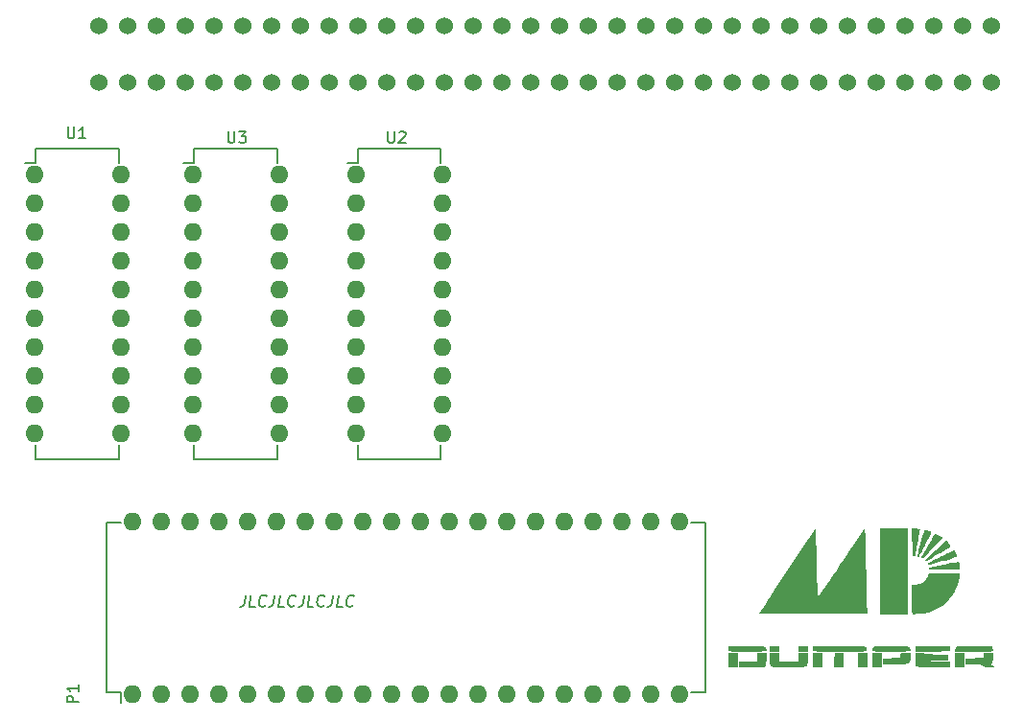
<source format=gbr>
%TF.GenerationSoftware,KiCad,Pcbnew,(5.99.0-7341-g2f3ca60c5e)*%
%TF.CreationDate,2021-11-12T09:56:41+01:00*%
%TF.ProjectId,MD Dumper Classic,4d442044-756d-4706-9572-20436c617373,rev?*%
%TF.SameCoordinates,Original*%
%TF.FileFunction,Legend,Top*%
%TF.FilePolarity,Positive*%
%FSLAX46Y46*%
G04 Gerber Fmt 4.6, Leading zero omitted, Abs format (unit mm)*
G04 Created by KiCad (PCBNEW (5.99.0-7341-g2f3ca60c5e)) date 2021-11-12 09:56:41*
%MOMM*%
%LPD*%
G01*
G04 APERTURE LIST*
%ADD10C,0.150000*%
%ADD11O,1.600000X1.600000*%
%ADD12C,1.524000*%
G04 APERTURE END LIST*
D10*
X126311279Y-110282380D02*
X126221994Y-110996666D01*
X126156517Y-111139523D01*
X126049375Y-111234761D01*
X125900565Y-111282380D01*
X125805327Y-111282380D01*
X127138660Y-111282380D02*
X126662470Y-111282380D01*
X126787470Y-110282380D01*
X128055327Y-111187142D02*
X128001755Y-111234761D01*
X127852946Y-111282380D01*
X127757708Y-111282380D01*
X127620803Y-111234761D01*
X127537470Y-111139523D01*
X127501755Y-111044285D01*
X127477946Y-110853809D01*
X127495803Y-110710952D01*
X127567232Y-110520476D01*
X127626755Y-110425238D01*
X127733898Y-110330000D01*
X127882708Y-110282380D01*
X127977946Y-110282380D01*
X128114851Y-110330000D01*
X128156517Y-110377619D01*
X128882708Y-110282380D02*
X128793422Y-110996666D01*
X128727946Y-111139523D01*
X128620803Y-111234761D01*
X128471994Y-111282380D01*
X128376755Y-111282380D01*
X129710089Y-111282380D02*
X129233898Y-111282380D01*
X129358898Y-110282380D01*
X130626755Y-111187142D02*
X130573184Y-111234761D01*
X130424375Y-111282380D01*
X130329136Y-111282380D01*
X130192232Y-111234761D01*
X130108898Y-111139523D01*
X130073184Y-111044285D01*
X130049375Y-110853809D01*
X130067232Y-110710952D01*
X130138660Y-110520476D01*
X130198184Y-110425238D01*
X130305327Y-110330000D01*
X130454136Y-110282380D01*
X130549375Y-110282380D01*
X130686279Y-110330000D01*
X130727946Y-110377619D01*
X131454136Y-110282380D02*
X131364851Y-110996666D01*
X131299375Y-111139523D01*
X131192232Y-111234761D01*
X131043422Y-111282380D01*
X130948184Y-111282380D01*
X132281517Y-111282380D02*
X131805327Y-111282380D01*
X131930327Y-110282380D01*
X133198184Y-111187142D02*
X133144613Y-111234761D01*
X132995803Y-111282380D01*
X132900565Y-111282380D01*
X132763660Y-111234761D01*
X132680327Y-111139523D01*
X132644613Y-111044285D01*
X132620803Y-110853809D01*
X132638660Y-110710952D01*
X132710089Y-110520476D01*
X132769613Y-110425238D01*
X132876755Y-110330000D01*
X133025565Y-110282380D01*
X133120803Y-110282380D01*
X133257708Y-110330000D01*
X133299375Y-110377619D01*
X134025565Y-110282380D02*
X133936279Y-110996666D01*
X133870803Y-111139523D01*
X133763660Y-111234761D01*
X133614851Y-111282380D01*
X133519613Y-111282380D01*
X134852946Y-111282380D02*
X134376755Y-111282380D01*
X134501755Y-110282380D01*
X135769613Y-111187142D02*
X135716041Y-111234761D01*
X135567232Y-111282380D01*
X135471994Y-111282380D01*
X135335089Y-111234761D01*
X135251755Y-111139523D01*
X135216041Y-111044285D01*
X135192232Y-110853809D01*
X135210089Y-110710952D01*
X135281517Y-110520476D01*
X135341041Y-110425238D01*
X135448184Y-110330000D01*
X135596994Y-110282380D01*
X135692232Y-110282380D01*
X135829136Y-110330000D01*
X135870803Y-110377619D01*
%TO.C,U3*%
X124768095Y-69322380D02*
X124768095Y-70131904D01*
X124815714Y-70227142D01*
X124863333Y-70274761D01*
X124958571Y-70322380D01*
X125149047Y-70322380D01*
X125244285Y-70274761D01*
X125291904Y-70227142D01*
X125339523Y-70131904D01*
X125339523Y-69322380D01*
X125720476Y-69322380D02*
X126339523Y-69322380D01*
X126006190Y-69703333D01*
X126149047Y-69703333D01*
X126244285Y-69750952D01*
X126291904Y-69798571D01*
X126339523Y-69893809D01*
X126339523Y-70131904D01*
X126291904Y-70227142D01*
X126244285Y-70274761D01*
X126149047Y-70322380D01*
X125863333Y-70322380D01*
X125768095Y-70274761D01*
X125720476Y-70227142D01*
%TO.C,U1*%
X110623095Y-68932380D02*
X110623095Y-69741904D01*
X110670714Y-69837142D01*
X110718333Y-69884761D01*
X110813571Y-69932380D01*
X111004047Y-69932380D01*
X111099285Y-69884761D01*
X111146904Y-69837142D01*
X111194523Y-69741904D01*
X111194523Y-68932380D01*
X112194523Y-69932380D02*
X111623095Y-69932380D01*
X111908809Y-69932380D02*
X111908809Y-68932380D01*
X111813571Y-69075238D01*
X111718333Y-69170476D01*
X111623095Y-69218095D01*
%TO.C,P1*%
X111552380Y-119738095D02*
X110552380Y-119738095D01*
X110552380Y-119357142D01*
X110600000Y-119261904D01*
X110647619Y-119214285D01*
X110742857Y-119166666D01*
X110885714Y-119166666D01*
X110980952Y-119214285D01*
X111028571Y-119261904D01*
X111076190Y-119357142D01*
X111076190Y-119738095D01*
X111552380Y-118214285D02*
X111552380Y-118785714D01*
X111552380Y-118500000D02*
X110552380Y-118500000D01*
X110695238Y-118595238D01*
X110790476Y-118690476D01*
X110838095Y-118785714D01*
%TO.C,U2*%
X138853095Y-69322380D02*
X138853095Y-70131904D01*
X138900714Y-70227142D01*
X138948333Y-70274761D01*
X139043571Y-70322380D01*
X139234047Y-70322380D01*
X139329285Y-70274761D01*
X139376904Y-70227142D01*
X139424523Y-70131904D01*
X139424523Y-69322380D01*
X139853095Y-69417619D02*
X139900714Y-69370000D01*
X139995952Y-69322380D01*
X140234047Y-69322380D01*
X140329285Y-69370000D01*
X140376904Y-69417619D01*
X140424523Y-69512857D01*
X140424523Y-69608095D01*
X140376904Y-69750952D01*
X139805476Y-70322380D01*
X140424523Y-70322380D01*
%TO.C,G2*%
G36*
X171028037Y-114772225D02*
G01*
X171428626Y-114774848D01*
X171721213Y-114781220D01*
X171924368Y-114792978D01*
X172056660Y-114811759D01*
X172136660Y-114839200D01*
X172182938Y-114876937D01*
X172211892Y-114922528D01*
X172264648Y-115032448D01*
X172280716Y-115117176D01*
X172245251Y-115179983D01*
X172143409Y-115224138D01*
X171960345Y-115252911D01*
X171681215Y-115269572D01*
X171291173Y-115277391D01*
X170775376Y-115279638D01*
X170590373Y-115279714D01*
X170118998Y-115277640D01*
X169697104Y-115271828D01*
X169346060Y-115262899D01*
X169087235Y-115251469D01*
X168941997Y-115238159D01*
X168918953Y-115231333D01*
X168883502Y-115129827D01*
X168870572Y-114977333D01*
X168870572Y-114771714D01*
X170500875Y-114771714D01*
X171028037Y-114772225D01*
G37*
G36*
X189317572Y-115366807D02*
G01*
X189734857Y-115388571D01*
X189755826Y-116023571D01*
X189776794Y-116658571D01*
X188900286Y-116658571D01*
X188900286Y-115345042D01*
X189317572Y-115366807D01*
G37*
G36*
X179883531Y-114773073D02*
G01*
X180295535Y-114778044D01*
X180605680Y-114788785D01*
X180828392Y-114807478D01*
X180978099Y-114836303D01*
X181069227Y-114877443D01*
X181116204Y-114933079D01*
X181133457Y-115005393D01*
X181135413Y-115096565D01*
X181135143Y-115140507D01*
X181129975Y-115178777D01*
X181104666Y-115209310D01*
X181044510Y-115232977D01*
X180934799Y-115250650D01*
X180760828Y-115263203D01*
X180507889Y-115271507D01*
X180161275Y-115276436D01*
X179706281Y-115278861D01*
X179128199Y-115279656D01*
X178788667Y-115279714D01*
X178218933Y-115278270D01*
X177696155Y-115274174D01*
X177237890Y-115267782D01*
X176861700Y-115259447D01*
X176585142Y-115249525D01*
X176425777Y-115238370D01*
X176393810Y-115231333D01*
X176358359Y-115129827D01*
X176345429Y-114977333D01*
X176345429Y-114771714D01*
X178696236Y-114771714D01*
X179355240Y-114771690D01*
X179883531Y-114773073D01*
G37*
G36*
X180754143Y-115366807D02*
G01*
X181171429Y-115388571D01*
X181213365Y-116658571D01*
X180336857Y-116658571D01*
X180336857Y-115345042D01*
X180754143Y-115366807D01*
G37*
G36*
X169741429Y-116658571D02*
G01*
X168870572Y-116658571D01*
X168870572Y-115352285D01*
X169741429Y-115352285D01*
X169741429Y-116658571D01*
G37*
G36*
X175910000Y-115279714D02*
G01*
X175111714Y-115279714D01*
X175111714Y-114771714D01*
X175910000Y-114771714D01*
X175910000Y-115279714D01*
G37*
G36*
X191862429Y-115366952D02*
G01*
X192274857Y-115388571D01*
X192264800Y-115770535D01*
X192241592Y-116011122D01*
X192193479Y-116202819D01*
X192159520Y-116267236D01*
X192110128Y-116362174D01*
X192161867Y-116451723D01*
X192242149Y-116518658D01*
X192420000Y-116655344D01*
X191984572Y-116655344D01*
X191678302Y-116637363D01*
X191468346Y-116576496D01*
X191367714Y-116513428D01*
X191252394Y-116443127D01*
X191102082Y-116399774D01*
X190881320Y-116377401D01*
X190554647Y-116370039D01*
X190515000Y-116369899D01*
X189843714Y-116368286D01*
X189843714Y-115865196D01*
X191404000Y-115824000D01*
X191427000Y-115584666D01*
X191450001Y-115345332D01*
X191862429Y-115366952D01*
G37*
G36*
X182441429Y-116658571D02*
G01*
X181570572Y-116658571D01*
X181570572Y-115352285D01*
X182441429Y-115352285D01*
X182441429Y-116658571D01*
G37*
G36*
X186034589Y-115363889D02*
G01*
X186179567Y-115393820D01*
X186215143Y-115422864D01*
X186284401Y-115451520D01*
X186478935Y-115477045D01*
X186778885Y-115497696D01*
X187164390Y-115511733D01*
X187249286Y-115513579D01*
X188283429Y-115533714D01*
X188283429Y-116041714D01*
X187267429Y-116081133D01*
X186251429Y-116120551D01*
X188464857Y-116150571D01*
X188464857Y-116658571D01*
X187027943Y-116658571D01*
X186473351Y-116655319D01*
X186053540Y-116645173D01*
X185758284Y-116627550D01*
X185577359Y-116601864D01*
X185503943Y-116571485D01*
X185456683Y-116449485D01*
X185426418Y-116211497D01*
X185416857Y-115918343D01*
X185416857Y-115352285D01*
X185816000Y-115352285D01*
X186034589Y-115363889D01*
G37*
G36*
X173384351Y-115733285D02*
G01*
X173406286Y-116114286D01*
X175075429Y-116114286D01*
X175097364Y-115733285D01*
X175119300Y-115352285D01*
X175910000Y-115352285D01*
X175910000Y-115918343D01*
X175898502Y-116237032D01*
X175866544Y-116465709D01*
X175822915Y-116571485D01*
X175720541Y-116602657D01*
X175500134Y-116627436D01*
X175188663Y-116645824D01*
X174813095Y-116657819D01*
X174400400Y-116663423D01*
X173977547Y-116662635D01*
X173571503Y-116655455D01*
X173209238Y-116641883D01*
X172917720Y-116621919D01*
X172723919Y-116595563D01*
X172658800Y-116571485D01*
X172611540Y-116449485D01*
X172581276Y-116211497D01*
X172571715Y-115918343D01*
X172571715Y-115352285D01*
X173362415Y-115352285D01*
X173384351Y-115733285D01*
G37*
G36*
X179103143Y-116658571D02*
G01*
X178226635Y-116658571D01*
X178247603Y-116023571D01*
X178268572Y-115388571D01*
X178685857Y-115366807D01*
X179103143Y-115345042D01*
X179103143Y-116658571D01*
G37*
G36*
X172281429Y-115819275D02*
G01*
X172270480Y-116096807D01*
X172242077Y-116340908D01*
X172210654Y-116472418D01*
X172139878Y-116658571D01*
X169814000Y-116658571D01*
X169814000Y-116150571D01*
X171410572Y-116150571D01*
X171410572Y-115352285D01*
X172281429Y-115352285D01*
X172281429Y-115819275D01*
G37*
G36*
X173370000Y-115279714D02*
G01*
X172571715Y-115279714D01*
X172571715Y-114771714D01*
X173370000Y-114771714D01*
X173370000Y-115279714D01*
G37*
G36*
X192225547Y-114983259D02*
G01*
X192265018Y-115144011D01*
X192257397Y-115236673D01*
X192256836Y-115237259D01*
X192175118Y-115249409D01*
X191969293Y-115260203D01*
X191660392Y-115269114D01*
X191269449Y-115275618D01*
X190817496Y-115279190D01*
X190557334Y-115279714D01*
X188900286Y-115279714D01*
X188900286Y-115112800D01*
X188907131Y-115004915D01*
X188939112Y-114922512D01*
X189013403Y-114862171D01*
X189147175Y-114820473D01*
X189357601Y-114793997D01*
X189661852Y-114779326D01*
X190077100Y-114773038D01*
X190613129Y-114771714D01*
X192151802Y-114771714D01*
X192225547Y-114983259D01*
G37*
G36*
X183789446Y-114772274D02*
G01*
X184176806Y-114775125D01*
X184457141Y-114782025D01*
X184649505Y-114794730D01*
X184772958Y-114814997D01*
X184846557Y-114844583D01*
X184889359Y-114885245D01*
X184911892Y-114922528D01*
X184964532Y-115032068D01*
X184980796Y-115116600D01*
X184945877Y-115179354D01*
X184844970Y-115223565D01*
X184663271Y-115252463D01*
X184385974Y-115269283D01*
X183998274Y-115277256D01*
X183485366Y-115279616D01*
X183276000Y-115279714D01*
X182732577Y-115278290D01*
X182317779Y-115273341D01*
X182015108Y-115263853D01*
X181808070Y-115248810D01*
X181680167Y-115227197D01*
X181614904Y-115198000D01*
X181598991Y-115176528D01*
X181599358Y-115035126D01*
X181640108Y-114922528D01*
X181672515Y-114872765D01*
X181721943Y-114835349D01*
X181807449Y-114808522D01*
X181948091Y-114790526D01*
X182162927Y-114779606D01*
X182471013Y-114774005D01*
X182891408Y-114771964D01*
X183276000Y-114771714D01*
X183789446Y-114772274D01*
G37*
G36*
X177216286Y-116658571D02*
G01*
X176345429Y-116658571D01*
X176345429Y-115352285D01*
X177216286Y-115352285D01*
X177216286Y-116658571D01*
G37*
G36*
X188451313Y-115007571D02*
G01*
X188428572Y-115243428D01*
X186922715Y-115263044D01*
X185416857Y-115282659D01*
X185416857Y-114771714D01*
X188474053Y-114771714D01*
X188451313Y-115007571D01*
G37*
G36*
X184981429Y-115698995D02*
G01*
X184956780Y-115954340D01*
X184893773Y-116162684D01*
X184868457Y-116206995D01*
X184818760Y-116268325D01*
X184753852Y-116311755D01*
X184650169Y-116340367D01*
X184484148Y-116357241D01*
X184232228Y-116365457D01*
X183870846Y-116368095D01*
X183634742Y-116368286D01*
X182514000Y-116368286D01*
X182514000Y-115865196D01*
X184074286Y-115824000D01*
X184097027Y-115588143D01*
X184119768Y-115352285D01*
X184981429Y-115352285D01*
X184981429Y-115698995D01*
G37*
%TO.C,U3*%
X121775000Y-70835000D02*
X121775000Y-72105000D01*
X121775000Y-72105000D02*
X120840000Y-72105000D01*
X121775000Y-98285000D02*
X121775000Y-97015000D01*
X121775000Y-98285000D02*
X129125000Y-98285000D01*
X129125000Y-70835000D02*
X129125000Y-72105000D01*
X129125000Y-98285000D02*
X129125000Y-97015000D01*
X121775000Y-70835000D02*
X129125000Y-70835000D01*
%TO.C,U1*%
X115160000Y-98285000D02*
X115160000Y-97015000D01*
X107810000Y-70835000D02*
X115160000Y-70835000D01*
X115160000Y-70835000D02*
X115160000Y-72105000D01*
X107810000Y-70835000D02*
X107810000Y-72105000D01*
X107810000Y-98285000D02*
X115160000Y-98285000D01*
X107810000Y-72105000D02*
X106875000Y-72105000D01*
X107810000Y-98285000D02*
X107810000Y-97015000D01*
%TO.C,P1*%
X115295000Y-118865000D02*
X115295000Y-119800000D01*
X166875000Y-118865000D02*
X166875000Y-103895000D01*
X166875000Y-118865000D02*
X165605000Y-118865000D01*
X166875000Y-103895000D02*
X165605000Y-103895000D01*
X114025000Y-118865000D02*
X115295000Y-118865000D01*
X114025000Y-118865000D02*
X114025000Y-103895000D01*
X114025000Y-103895000D02*
X115295000Y-103895000D01*
%TO.C,U2*%
X136200000Y-98285000D02*
X143550000Y-98285000D01*
X136200000Y-70835000D02*
X136200000Y-72105000D01*
X136200000Y-98285000D02*
X136200000Y-97015000D01*
X136200000Y-72105000D02*
X135265000Y-72105000D01*
X136200000Y-70835000D02*
X143550000Y-70835000D01*
X143550000Y-70835000D02*
X143550000Y-72105000D01*
X143550000Y-98285000D02*
X143550000Y-97015000D01*
%TO.C,G1*%
G36*
X187196628Y-104838872D02*
G01*
X187287575Y-104881138D01*
X187408573Y-104943494D01*
X187538232Y-105014539D01*
X187655159Y-105082873D01*
X187737962Y-105137096D01*
X187740562Y-105139035D01*
X187764130Y-105162470D01*
X187769875Y-105192635D01*
X187751489Y-105237902D01*
X187702662Y-105306643D01*
X187617083Y-105407227D01*
X187488444Y-105548025D01*
X187310433Y-105737409D01*
X187208239Y-105845247D01*
X187006210Y-106058544D01*
X186806635Y-106269916D01*
X186623167Y-106464853D01*
X186469460Y-106628847D01*
X186359168Y-106747386D01*
X186352027Y-106755124D01*
X186213547Y-106899031D01*
X186114707Y-106982621D01*
X186043145Y-107012217D01*
X185986500Y-106994138D01*
X185951783Y-106959765D01*
X185944857Y-106928551D01*
X185959842Y-106870146D01*
X186000532Y-106777339D01*
X186070719Y-106642921D01*
X186174197Y-106459680D01*
X186314758Y-106220405D01*
X186496194Y-105917885D01*
X186524215Y-105871496D01*
X186684649Y-105606190D01*
X186830502Y-105365236D01*
X186956161Y-105157892D01*
X187056010Y-104993412D01*
X187124435Y-104881052D01*
X187155823Y-104830067D01*
X187157125Y-104828097D01*
X187196628Y-104838872D01*
G37*
G36*
X188903611Y-106372944D02*
G01*
X188958551Y-106475596D01*
X189015307Y-106602824D01*
X189063787Y-106730114D01*
X189093901Y-106832947D01*
X189095561Y-106886809D01*
X189094564Y-106887922D01*
X189048360Y-106905621D01*
X188932909Y-106942454D01*
X188760406Y-106994924D01*
X188543044Y-107059533D01*
X188293017Y-107132785D01*
X188022517Y-107211182D01*
X187743739Y-107291227D01*
X187468877Y-107369423D01*
X187210122Y-107442272D01*
X186979671Y-107506277D01*
X186789715Y-107557941D01*
X186652448Y-107593766D01*
X186580064Y-107610256D01*
X186573647Y-107610948D01*
X186539735Y-107577519D01*
X186523623Y-107544097D01*
X186501249Y-107476803D01*
X186497970Y-107459702D01*
X186534357Y-107435690D01*
X186636022Y-107381200D01*
X186791720Y-107301661D01*
X186990209Y-107202499D01*
X187220245Y-107089140D01*
X187470584Y-106967011D01*
X187729982Y-106841540D01*
X187987195Y-106718154D01*
X188230980Y-106602278D01*
X188450093Y-106499339D01*
X188633290Y-106414766D01*
X188769329Y-106353983D01*
X188846963Y-106322419D01*
X188860575Y-106319385D01*
X188903611Y-106372944D01*
G37*
G36*
X189261051Y-107358848D02*
G01*
X189282310Y-107415741D01*
X189303053Y-107532409D01*
X189318954Y-107684192D01*
X189319558Y-107692448D01*
X189340942Y-107991314D01*
X188965463Y-107991411D01*
X188810945Y-107992682D01*
X188590396Y-107996181D01*
X188322272Y-108001529D01*
X188025026Y-108008347D01*
X187717115Y-108016256D01*
X187603903Y-108019391D01*
X186617823Y-108047272D01*
X186631857Y-107926729D01*
X186645890Y-107806185D01*
X187934909Y-107565150D01*
X188254565Y-107506673D01*
X188547718Y-107455527D01*
X188804017Y-107413321D01*
X189013110Y-107381666D01*
X189164646Y-107362173D01*
X189248275Y-107356451D01*
X189261051Y-107358848D01*
G37*
G36*
X176614413Y-104612920D02*
G01*
X176620223Y-104696718D01*
X176627374Y-104856731D01*
X176635624Y-105084660D01*
X176644734Y-105372211D01*
X176654465Y-105711086D01*
X176664575Y-106092988D01*
X176674825Y-106509621D01*
X176684976Y-106952689D01*
X176693188Y-107336239D01*
X176703118Y-107799072D01*
X176713343Y-108245600D01*
X176723620Y-108667069D01*
X176733707Y-109054722D01*
X176743360Y-109399803D01*
X176752337Y-109693558D01*
X176760394Y-109927231D01*
X176767288Y-110092065D01*
X176771753Y-110167853D01*
X176798636Y-110505956D01*
X177876340Y-108919010D01*
X178149815Y-108516335D01*
X178452265Y-108071038D01*
X178770906Y-107601939D01*
X179092954Y-107127856D01*
X179405626Y-106667606D01*
X179696139Y-106240009D01*
X179947222Y-105870487D01*
X180940400Y-104408909D01*
X180968188Y-104625819D01*
X180974196Y-104708061D01*
X180981450Y-104866351D01*
X180989705Y-105092226D01*
X180998718Y-105377220D01*
X181008244Y-105712868D01*
X181018038Y-106090707D01*
X181027856Y-106502273D01*
X181037453Y-106939099D01*
X181043417Y-107230582D01*
X181053175Y-107718081D01*
X181063294Y-108216975D01*
X181073498Y-108714041D01*
X181083510Y-109196057D01*
X181093052Y-109649800D01*
X181101849Y-110062047D01*
X181109624Y-110419576D01*
X181116100Y-110709164D01*
X181117499Y-110770099D01*
X181144140Y-111921763D01*
X176381299Y-111921763D01*
X175644810Y-111921715D01*
X174988313Y-111921522D01*
X174407276Y-111921114D01*
X173897163Y-111920420D01*
X173453442Y-111919368D01*
X173071580Y-111917888D01*
X172747042Y-111915908D01*
X172475295Y-111913358D01*
X172251806Y-111910167D01*
X172072042Y-111906264D01*
X171931467Y-111901577D01*
X171825550Y-111896035D01*
X171749757Y-111889568D01*
X171699554Y-111882105D01*
X171670408Y-111873574D01*
X171657784Y-111863905D01*
X171657151Y-111853027D01*
X171659522Y-111847803D01*
X171690303Y-111799011D01*
X171763238Y-111686731D01*
X171873755Y-111517910D01*
X172017280Y-111299496D01*
X172189241Y-111038437D01*
X172385065Y-110741681D01*
X172600178Y-110416174D01*
X172830008Y-110068864D01*
X172897198Y-109967414D01*
X173180184Y-109540057D01*
X173497749Y-109060208D01*
X173837945Y-108545940D01*
X174188821Y-108015325D01*
X174538428Y-107486437D01*
X174874815Y-106977349D01*
X175186032Y-106506134D01*
X175340566Y-106272048D01*
X176587321Y-104383113D01*
X176614413Y-104612920D01*
G37*
G36*
X188306100Y-105615421D02*
G01*
X188389486Y-105704938D01*
X188453405Y-105776999D01*
X188492303Y-105838428D01*
X188500626Y-105896049D01*
X188472822Y-105956686D01*
X188403337Y-106027163D01*
X188286618Y-106114304D01*
X188117112Y-106224933D01*
X187889265Y-106365874D01*
X187597524Y-106543952D01*
X187503832Y-106601274D01*
X187232780Y-106766741D01*
X186983896Y-106917533D01*
X186766611Y-107048026D01*
X186590354Y-107152598D01*
X186464557Y-107225624D01*
X186398652Y-107261482D01*
X186392231Y-107264092D01*
X186326176Y-107245967D01*
X186291768Y-107215610D01*
X186286383Y-107189427D01*
X186306473Y-107146148D01*
X186357644Y-107079925D01*
X186445498Y-106984909D01*
X186575643Y-106855252D01*
X186753681Y-106685105D01*
X186985217Y-106468620D01*
X187183175Y-106285408D01*
X188125092Y-105416066D01*
X188306100Y-105615421D01*
G37*
G36*
X184765192Y-111964026D02*
G01*
X182313944Y-111964026D01*
X182313944Y-104356705D01*
X184765192Y-104356705D01*
X184765192Y-111964026D01*
G37*
G36*
X185383005Y-104374902D02*
G01*
X185584928Y-104397651D01*
X185715439Y-104420172D01*
X185787528Y-104446840D01*
X185814185Y-104482031D01*
X185811527Y-104519265D01*
X185799419Y-104578087D01*
X185774391Y-104708502D01*
X185738604Y-104898936D01*
X185694220Y-105137814D01*
X185643400Y-105413558D01*
X185588305Y-105714595D01*
X185587377Y-105719683D01*
X185525725Y-106055911D01*
X185476420Y-106318081D01*
X185437046Y-106515361D01*
X185405187Y-106656920D01*
X185378427Y-106751926D01*
X185354351Y-106809548D01*
X185330542Y-106838954D01*
X185304585Y-106849313D01*
X185289472Y-106850216D01*
X185241334Y-106842565D01*
X185210930Y-106807758D01*
X185191489Y-106728015D01*
X185176236Y-106585557D01*
X185172752Y-106543810D01*
X185164017Y-106409049D01*
X185153888Y-106207493D01*
X185143112Y-105956847D01*
X185132433Y-105674814D01*
X185122599Y-105379098D01*
X185119960Y-105291535D01*
X185092167Y-104345666D01*
X185383005Y-104374902D01*
G37*
G36*
X186369026Y-104555950D02*
G01*
X186505380Y-104584487D01*
X186642822Y-104621790D01*
X186755120Y-104661471D01*
X186816045Y-104697145D01*
X186818244Y-104700151D01*
X186805060Y-104744587D01*
X186758158Y-104851969D01*
X186683421Y-105010774D01*
X186586735Y-105209478D01*
X186473982Y-105436556D01*
X186351048Y-105680484D01*
X186223817Y-105929738D01*
X186098174Y-106172794D01*
X185980001Y-106398128D01*
X185875184Y-106594215D01*
X185789607Y-106749530D01*
X185729155Y-106852551D01*
X185699710Y-106891753D01*
X185699167Y-106891832D01*
X185645220Y-106871369D01*
X185616506Y-106854854D01*
X185602795Y-106829615D01*
X185602046Y-106773266D01*
X185616023Y-106677591D01*
X185646491Y-106534373D01*
X185695212Y-106335397D01*
X185763952Y-106072447D01*
X185854473Y-105737307D01*
X185863608Y-105703837D01*
X185944972Y-105409284D01*
X186020798Y-105141123D01*
X186087850Y-104910300D01*
X186142891Y-104727761D01*
X186182687Y-104604451D01*
X186204001Y-104551315D01*
X186204504Y-104550717D01*
X186259991Y-104542564D01*
X186369026Y-104555950D01*
G37*
G36*
X189329584Y-108495706D02*
G01*
X189305730Y-108747373D01*
X189239185Y-109045376D01*
X189137478Y-109368058D01*
X189008137Y-109693765D01*
X188858692Y-110000841D01*
X188731721Y-110215471D01*
X188394630Y-110664690D01*
X188014175Y-111044161D01*
X187587377Y-111355641D01*
X187111261Y-111600885D01*
X186582850Y-111781649D01*
X185999165Y-111899689D01*
X185841889Y-111919876D01*
X185544872Y-111949719D01*
X185328436Y-111961841D01*
X185190526Y-111956290D01*
X185131470Y-111935851D01*
X185124361Y-111888011D01*
X185117911Y-111766341D01*
X185112353Y-111581537D01*
X185107924Y-111344292D01*
X185104858Y-111065302D01*
X185103389Y-110755261D01*
X185103295Y-110652391D01*
X185103295Y-109397105D01*
X185409701Y-109377097D01*
X185740095Y-109318083D01*
X186024822Y-109188348D01*
X186261104Y-108989837D01*
X186446164Y-108724495D01*
X186499188Y-108614195D01*
X186603628Y-108373123D01*
X187966606Y-108372401D01*
X189329584Y-108371680D01*
X189329584Y-108495706D01*
G37*
%TD*%
D11*
%TO.C,U3*%
X121640000Y-73130000D03*
X121640000Y-75670000D03*
X121640000Y-78210000D03*
X121640000Y-80750000D03*
X121640000Y-83290000D03*
X121640000Y-85830000D03*
X121640000Y-88370000D03*
X121640000Y-90910000D03*
X121640000Y-93450000D03*
X121640000Y-95990000D03*
X129260000Y-95990000D03*
X129260000Y-93450000D03*
X129260000Y-90910000D03*
X129260000Y-88370000D03*
X129260000Y-85830000D03*
X129260000Y-83290000D03*
X129260000Y-80750000D03*
X129260000Y-78210000D03*
X129260000Y-75670000D03*
X129260000Y-73130000D03*
%TD*%
%TO.C,U1*%
X107675000Y-73130000D03*
X107675000Y-75670000D03*
X107675000Y-78210000D03*
X107675000Y-80750000D03*
X107675000Y-83290000D03*
X107675000Y-85830000D03*
X107675000Y-88370000D03*
X107675000Y-90910000D03*
X107675000Y-93450000D03*
X107675000Y-95990000D03*
X115295000Y-95990000D03*
X115295000Y-93450000D03*
X115295000Y-90910000D03*
X115295000Y-88370000D03*
X115295000Y-85830000D03*
X115295000Y-83290000D03*
X115295000Y-80750000D03*
X115295000Y-78210000D03*
X115295000Y-75670000D03*
X115295000Y-73130000D03*
%TD*%
%TO.C,P1*%
X146800000Y-103760000D03*
X144260000Y-103760000D03*
X116320000Y-119000000D03*
X118860000Y-119000000D03*
X121400000Y-119000000D03*
X123940000Y-119000000D03*
X126480000Y-119000000D03*
X129020000Y-119000000D03*
X131560000Y-119000000D03*
X134100000Y-119000000D03*
X136640000Y-119000000D03*
X139180000Y-119000000D03*
X141720000Y-119000000D03*
X144260000Y-119000000D03*
X146800000Y-119000000D03*
X149340000Y-119000000D03*
X151880000Y-119000000D03*
X154420000Y-119000000D03*
X156960000Y-119000000D03*
X159500000Y-119000000D03*
X162040000Y-119000000D03*
X164580000Y-119000000D03*
X164580000Y-103760000D03*
X162040000Y-103760000D03*
X159500000Y-103760000D03*
X156960000Y-103760000D03*
X154420000Y-103760000D03*
X151880000Y-103760000D03*
X149340000Y-103760000D03*
X141720000Y-103760000D03*
X139180000Y-103760000D03*
X136640000Y-103760000D03*
X134100000Y-103760000D03*
X131560000Y-103760000D03*
X129020000Y-103760000D03*
X126480000Y-103760000D03*
X123940000Y-103760000D03*
X121400000Y-103760000D03*
X118860000Y-103760000D03*
X116320000Y-103760000D03*
%TD*%
%TO.C,U2*%
X136065000Y-73130000D03*
X136065000Y-75670000D03*
X136065000Y-78210000D03*
X136065000Y-80750000D03*
X136065000Y-83290000D03*
X136065000Y-85830000D03*
X136065000Y-88370000D03*
X136065000Y-90910000D03*
X136065000Y-93450000D03*
X136065000Y-95990000D03*
X143685000Y-95990000D03*
X143685000Y-93450000D03*
X143685000Y-90910000D03*
X143685000Y-88370000D03*
X143685000Y-85830000D03*
X143685000Y-83290000D03*
X143685000Y-80750000D03*
X143685000Y-78210000D03*
X143685000Y-75670000D03*
X143685000Y-73130000D03*
%TD*%
D12*
%TO.C,Classic 12/2020*%
X113380000Y-60010000D03*
X115920000Y-60010000D03*
X118460000Y-60010000D03*
X121000000Y-60010000D03*
X123540000Y-60010000D03*
X126080000Y-60010000D03*
X128620000Y-60010000D03*
X131160000Y-60010000D03*
X133700000Y-60010000D03*
X136240000Y-60010000D03*
X138780000Y-60010000D03*
X141320000Y-60010000D03*
X143860000Y-60010000D03*
X146400000Y-60010000D03*
X148940000Y-60010000D03*
X151480000Y-60010000D03*
X154020000Y-60010000D03*
X156560000Y-60010000D03*
X159100000Y-60010000D03*
X161640000Y-60010000D03*
X164180000Y-60010000D03*
X166720000Y-60010000D03*
X169260000Y-60010000D03*
X171800000Y-60010000D03*
X174340000Y-60010000D03*
X176880000Y-60010000D03*
X179420000Y-60010000D03*
X181960000Y-60010000D03*
X184500000Y-60010000D03*
X187040000Y-60010000D03*
X189580000Y-60010000D03*
X192120000Y-60010000D03*
X113380000Y-64980000D03*
X115920000Y-64980000D03*
X118460000Y-64980000D03*
X121000000Y-64980000D03*
X123540000Y-64980000D03*
X126080000Y-64980000D03*
X128620000Y-64980000D03*
X131160000Y-64980000D03*
X133700000Y-64980000D03*
X136240000Y-64980000D03*
X138780000Y-64980000D03*
X141320000Y-64980000D03*
X143860000Y-64980000D03*
X146400000Y-64980000D03*
X148940000Y-64980000D03*
X151480000Y-64980000D03*
X154020000Y-64980000D03*
X156560000Y-64980000D03*
X159100000Y-64980000D03*
X161640000Y-64980000D03*
X164180000Y-64980000D03*
X166720000Y-64980000D03*
X169260000Y-64980000D03*
X171800000Y-64980000D03*
X174340000Y-64980000D03*
X176880000Y-64980000D03*
X179420000Y-64980000D03*
X181960000Y-64980000D03*
X184500000Y-64980000D03*
X187040000Y-64980000D03*
X189580000Y-64980000D03*
X192120000Y-64980000D03*
%TD*%
M02*

</source>
